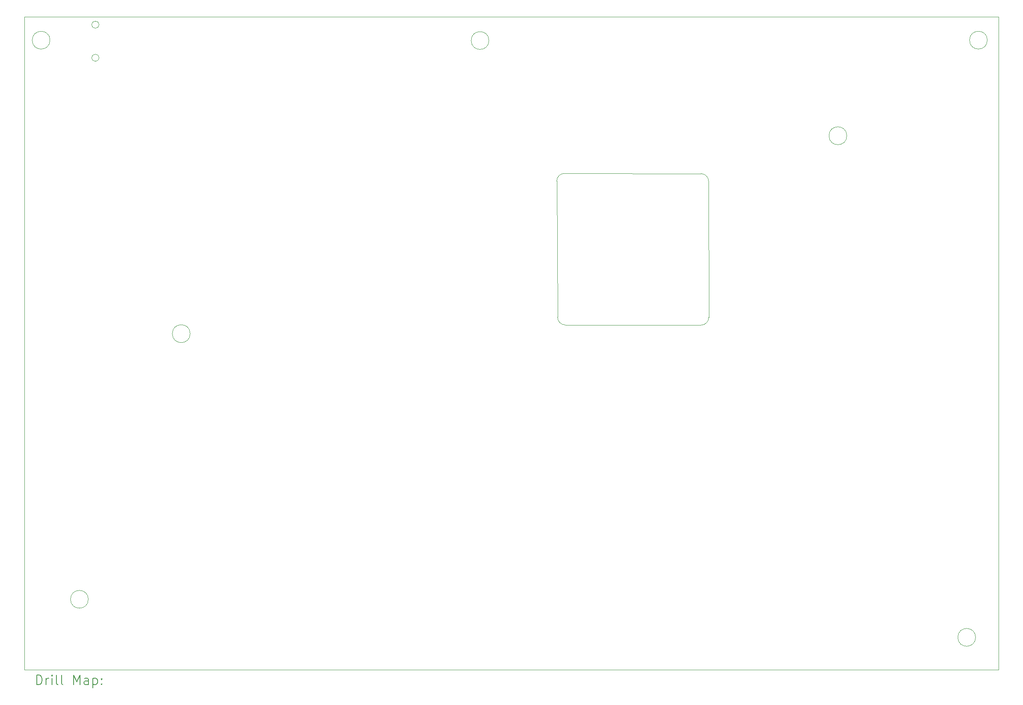
<source format=gbr>
%TF.GenerationSoftware,KiCad,Pcbnew,8.0.5*%
%TF.CreationDate,2025-01-06T13:55:53+00:00*%
%TF.ProjectId,Oric,4f726963-2e6b-4696-9361-645f70636258,rev?*%
%TF.SameCoordinates,Original*%
%TF.FileFunction,Drillmap*%
%TF.FilePolarity,Positive*%
%FSLAX45Y45*%
G04 Gerber Fmt 4.5, Leading zero omitted, Abs format (unit mm)*
G04 Created by KiCad (PCBNEW 8.0.5) date 2025-01-06 13:55:53*
%MOMM*%
%LPD*%
G01*
G04 APERTURE LIST*
%ADD10C,0.050000*%
%ADD11C,0.200000*%
G04 APERTURE END LIST*
D10*
X21435000Y-4662000D02*
G75*
G02*
X21056387Y-4662000I-189307J0D01*
G01*
X21056387Y-4662000D02*
G75*
G02*
X21435000Y-4662000I189307J0D01*
G01*
X5382500Y-14465000D02*
G75*
G02*
X5006319Y-14465000I-188090J0D01*
G01*
X5006319Y-14465000D02*
G75*
G02*
X5382500Y-14465000I188090J0D01*
G01*
X18347742Y-5463000D02*
X15458258Y-5458000D01*
X7538613Y-8847500D02*
G75*
G02*
X7160000Y-8847500I-189307J0D01*
G01*
X7160000Y-8847500D02*
G75*
G02*
X7538613Y-8847500I189307J0D01*
G01*
X15295258Y-5621000D02*
X15313258Y-8499742D01*
X18512742Y-8503742D02*
G75*
G02*
X18349742Y-8666742I-163002J2D01*
G01*
X24160000Y-15270000D02*
G75*
G02*
X23783819Y-15270000I-188090J0D01*
G01*
X23783819Y-15270000D02*
G75*
G02*
X24160000Y-15270000I188090J0D01*
G01*
X13861000Y-2648000D02*
G75*
G02*
X13484819Y-2648000I-188090J0D01*
G01*
X13484819Y-2648000D02*
G75*
G02*
X13861000Y-2648000I188090J0D01*
G01*
X24408000Y-2640000D02*
G75*
G02*
X24031819Y-2640000I-188090J0D01*
G01*
X24031819Y-2640000D02*
G75*
G02*
X24408000Y-2640000I188090J0D01*
G01*
X4032000Y-2144000D02*
X24649000Y-2144000D01*
X24649000Y-15955000D01*
X4032000Y-15955000D01*
X4032000Y-2144000D01*
X18347742Y-5463000D02*
G75*
G02*
X18510740Y-5626000I-2J-163000D01*
G01*
X15476258Y-8662742D02*
X18349742Y-8666742D01*
X15476258Y-8662742D02*
G75*
G02*
X15313258Y-8499742I2J163002D01*
G01*
X4572090Y-2640910D02*
G75*
G02*
X4195910Y-2640910I-188090J0D01*
G01*
X4195910Y-2640910D02*
G75*
G02*
X4572090Y-2640910I188090J0D01*
G01*
X18512742Y-8503742D02*
X18510742Y-5626000D01*
X15295258Y-5621000D02*
G75*
G02*
X15458258Y-5457998I163002J0D01*
G01*
X5607500Y-2312500D02*
G75*
G02*
X5457500Y-2312500I-75000J0D01*
G01*
X5457500Y-2312500D02*
G75*
G02*
X5607500Y-2312500I75000J0D01*
G01*
X5607500Y-3012500D02*
G75*
G02*
X5457500Y-3012500I-75000J0D01*
G01*
X5457500Y-3012500D02*
G75*
G02*
X5607500Y-3012500I75000J0D01*
G01*
D11*
X4290277Y-16268984D02*
X4290277Y-16068984D01*
X4290277Y-16068984D02*
X4337896Y-16068984D01*
X4337896Y-16068984D02*
X4366467Y-16078508D01*
X4366467Y-16078508D02*
X4385515Y-16097555D01*
X4385515Y-16097555D02*
X4395039Y-16116603D01*
X4395039Y-16116603D02*
X4404563Y-16154698D01*
X4404563Y-16154698D02*
X4404563Y-16183269D01*
X4404563Y-16183269D02*
X4395039Y-16221365D01*
X4395039Y-16221365D02*
X4385515Y-16240412D01*
X4385515Y-16240412D02*
X4366467Y-16259460D01*
X4366467Y-16259460D02*
X4337896Y-16268984D01*
X4337896Y-16268984D02*
X4290277Y-16268984D01*
X4490277Y-16268984D02*
X4490277Y-16135650D01*
X4490277Y-16173746D02*
X4499801Y-16154698D01*
X4499801Y-16154698D02*
X4509324Y-16145174D01*
X4509324Y-16145174D02*
X4528372Y-16135650D01*
X4528372Y-16135650D02*
X4547420Y-16135650D01*
X4614086Y-16268984D02*
X4614086Y-16135650D01*
X4614086Y-16068984D02*
X4604563Y-16078508D01*
X4604563Y-16078508D02*
X4614086Y-16088031D01*
X4614086Y-16088031D02*
X4623610Y-16078508D01*
X4623610Y-16078508D02*
X4614086Y-16068984D01*
X4614086Y-16068984D02*
X4614086Y-16088031D01*
X4737896Y-16268984D02*
X4718848Y-16259460D01*
X4718848Y-16259460D02*
X4709324Y-16240412D01*
X4709324Y-16240412D02*
X4709324Y-16068984D01*
X4842658Y-16268984D02*
X4823610Y-16259460D01*
X4823610Y-16259460D02*
X4814086Y-16240412D01*
X4814086Y-16240412D02*
X4814086Y-16068984D01*
X5071229Y-16268984D02*
X5071229Y-16068984D01*
X5071229Y-16068984D02*
X5137896Y-16211841D01*
X5137896Y-16211841D02*
X5204563Y-16068984D01*
X5204563Y-16068984D02*
X5204563Y-16268984D01*
X5385515Y-16268984D02*
X5385515Y-16164222D01*
X5385515Y-16164222D02*
X5375991Y-16145174D01*
X5375991Y-16145174D02*
X5356944Y-16135650D01*
X5356944Y-16135650D02*
X5318848Y-16135650D01*
X5318848Y-16135650D02*
X5299801Y-16145174D01*
X5385515Y-16259460D02*
X5366467Y-16268984D01*
X5366467Y-16268984D02*
X5318848Y-16268984D01*
X5318848Y-16268984D02*
X5299801Y-16259460D01*
X5299801Y-16259460D02*
X5290277Y-16240412D01*
X5290277Y-16240412D02*
X5290277Y-16221365D01*
X5290277Y-16221365D02*
X5299801Y-16202317D01*
X5299801Y-16202317D02*
X5318848Y-16192793D01*
X5318848Y-16192793D02*
X5366467Y-16192793D01*
X5366467Y-16192793D02*
X5385515Y-16183269D01*
X5480753Y-16135650D02*
X5480753Y-16335650D01*
X5480753Y-16145174D02*
X5499801Y-16135650D01*
X5499801Y-16135650D02*
X5537896Y-16135650D01*
X5537896Y-16135650D02*
X5556944Y-16145174D01*
X5556944Y-16145174D02*
X5566467Y-16154698D01*
X5566467Y-16154698D02*
X5575991Y-16173746D01*
X5575991Y-16173746D02*
X5575991Y-16230888D01*
X5575991Y-16230888D02*
X5566467Y-16249936D01*
X5566467Y-16249936D02*
X5556944Y-16259460D01*
X5556944Y-16259460D02*
X5537896Y-16268984D01*
X5537896Y-16268984D02*
X5499801Y-16268984D01*
X5499801Y-16268984D02*
X5480753Y-16259460D01*
X5661705Y-16249936D02*
X5671229Y-16259460D01*
X5671229Y-16259460D02*
X5661705Y-16268984D01*
X5661705Y-16268984D02*
X5652182Y-16259460D01*
X5652182Y-16259460D02*
X5661705Y-16249936D01*
X5661705Y-16249936D02*
X5661705Y-16268984D01*
X5661705Y-16145174D02*
X5671229Y-16154698D01*
X5671229Y-16154698D02*
X5661705Y-16164222D01*
X5661705Y-16164222D02*
X5652182Y-16154698D01*
X5652182Y-16154698D02*
X5661705Y-16145174D01*
X5661705Y-16145174D02*
X5661705Y-16164222D01*
M02*

</source>
